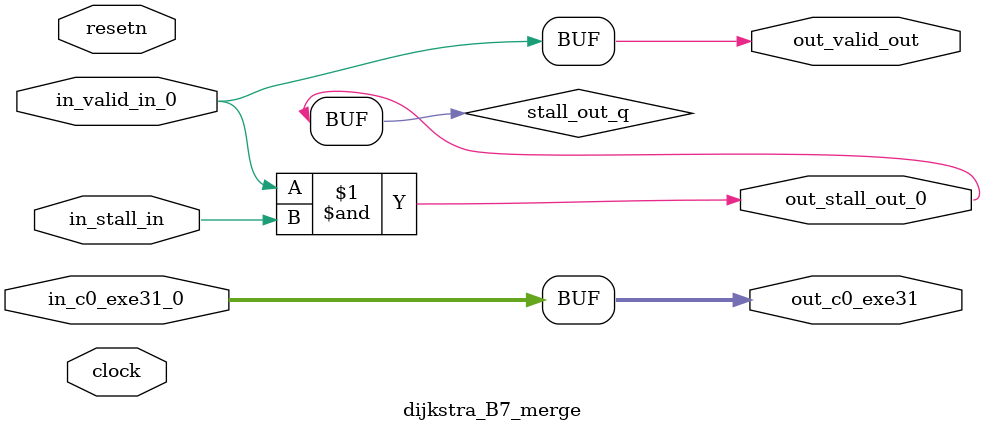
<source format=sv>



(* altera_attribute = "-name AUTO_SHIFT_REGISTER_RECOGNITION OFF; -name MESSAGE_DISABLE 10036; -name MESSAGE_DISABLE 10037; -name MESSAGE_DISABLE 14130; -name MESSAGE_DISABLE 14320; -name MESSAGE_DISABLE 15400; -name MESSAGE_DISABLE 14130; -name MESSAGE_DISABLE 10036; -name MESSAGE_DISABLE 12020; -name MESSAGE_DISABLE 12030; -name MESSAGE_DISABLE 12010; -name MESSAGE_DISABLE 12110; -name MESSAGE_DISABLE 14320; -name MESSAGE_DISABLE 13410; -name MESSAGE_DISABLE 113007; -name MESSAGE_DISABLE 10958" *)
module dijkstra_B7_merge (
    input wire [31:0] in_c0_exe31_0,
    input wire [0:0] in_stall_in,
    input wire [0:0] in_valid_in_0,
    output wire [31:0] out_c0_exe31,
    output wire [0:0] out_stall_out_0,
    output wire [0:0] out_valid_out,
    input wire clock,
    input wire resetn
    );

    wire [0:0] stall_out_q;


    // out_c0_exe31(GPOUT,5)
    assign out_c0_exe31 = in_c0_exe31_0;

    // stall_out(LOGICAL,8)
    assign stall_out_q = in_valid_in_0 & in_stall_in;

    // out_stall_out_0(GPOUT,6)
    assign out_stall_out_0 = stall_out_q;

    // out_valid_out(GPOUT,7)
    assign out_valid_out = in_valid_in_0;

endmodule

</source>
